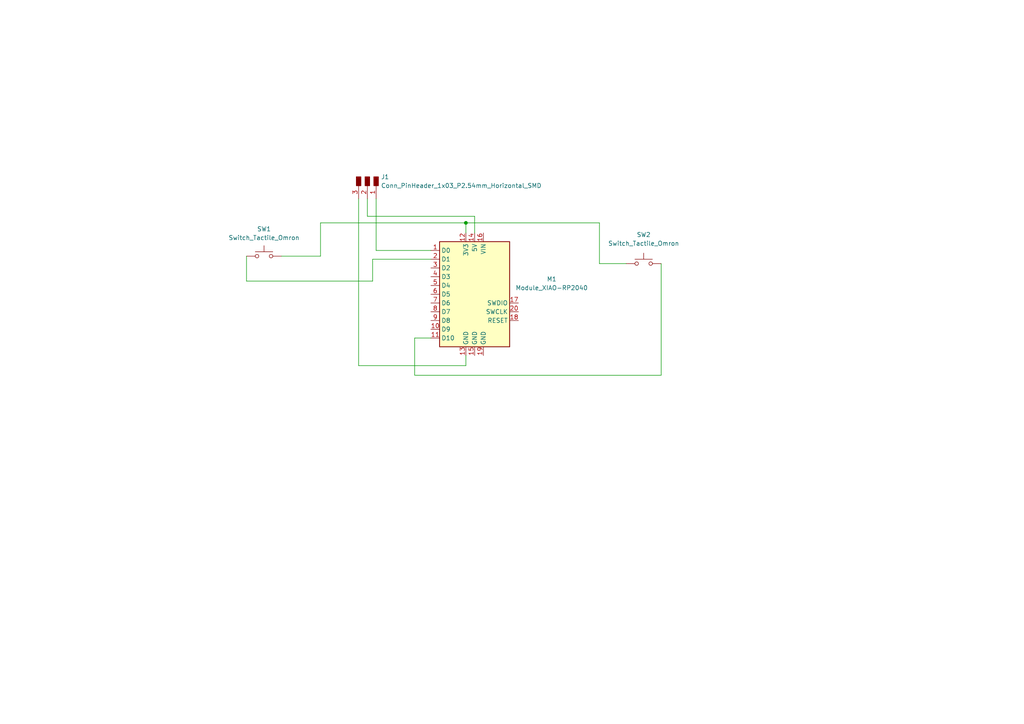
<source format=kicad_sch>
(kicad_sch (version 20230121) (generator eeschema)
  (paper "A4")
  (lib_symbols
    (symbol "fab:Conn_PinHeader_1x03_P2.54mm_Horizontal_SMD" (pin_names hide)
      (property "Reference" "J" (at 0 5.08 0))
      (property "Value" "Conn_PinHeader_1x03_P2.54mm_Horizontal_SMD" (at 0 -5.08 0))
      (symbol "Conn_PinHeader_1x03_P2.54mm_Horizontal_SMD_1_1"
        (rectangle (start -1.27 -1.905) (end 1.27 -3.175) (stroke (width 0.254)) (fill (type outline)))
        (rectangle (start -1.27 0.635) (end 1.27 -0.635) (stroke (width 0.254)) (fill (type outline)))
        (rectangle (start -1.27 3.175) (end 1.27 1.905) (stroke (width 0.254)) (fill (type outline)))
        (pin passive line (at 5.08 2.54 180) (length 3.81) (name "Pin_1") (number "1"))
        (pin passive line (at 5.08 0 180) (length 3.81) (name "Pin_2") (number "2"))
        (pin passive line (at 5.08 -2.54 180) (length 3.81) (name "Pin_3") (number "3"))
      )
    )
    (symbol "fab:Module_XIAO-RP2040"
      (property "Reference" "M" (at -10.16 16.51 0))
      (property "Value" "Module_XIAO-RP2040" (at 3.81 16.51 0))
      (symbol "Module_XIAO-RP2040_1_1"
        (rectangle (start -10.16 15.24) (end 10.16 -15.24) (stroke (width 0.254)) (fill (type background)))
        (pin bidirectional line (at -12.7 12.7 0) (length 2.54) (name "D0") (number "1"))
        (pin bidirectional line (at -12.7 -10.16 0) (length 2.54) (name "D9") (number "10"))
        (pin bidirectional line (at -12.7 -12.7 0) (length 2.54) (name "D10") (number "11"))
        (pin power_in line (at -2.54 17.78 270) (length 2.54) (name "3V3") (number "12"))
        (pin power_in line (at -2.54 -17.78 90) (length 2.54) (name "GND") (number "13"))
        (pin power_in line (at 0 17.78 270) (length 2.54) (name "5V") (number "14"))
        (pin power_in line (at 0 -17.78 90) (length 2.54) (name "GND") (number "15"))
        (pin power_in line (at 2.54 17.78 270) (length 2.54) (name "VIN") (number "16"))
        (pin bidirectional line (at 12.7 -2.54 180) (length 2.54) (name "SWDIO") (number "17"))
        (pin input line (at 12.7 -7.62 180) (length 2.54) (name "RESET") (number "18"))
        (pin power_in line (at 2.54 -17.78 90) (length 2.54) (name "GND") (number "19"))
        (pin bidirectional line (at -12.7 10.16 0) (length 2.54) (name "D1") (number "2"))
        (pin input line (at 12.7 -5.08 180) (length 2.54) (name "SWCLK") (number "20"))
        (pin bidirectional line (at -12.7 7.62 0) (length 2.54) (name "D2") (number "3"))
        (pin bidirectional line (at -12.7 5.08 0) (length 2.54) (name "D3") (number "4"))
        (pin bidirectional line (at -12.7 2.54 0) (length 2.54) (name "D4") (number "5"))
        (pin bidirectional line (at -12.7 0 0) (length 2.54) (name "D5") (number "6"))
        (pin bidirectional line (at -12.7 -2.54 0) (length 2.54) (name "D6") (number "7"))
        (pin bidirectional line (at -12.7 -5.08 0) (length 2.54) (name "D7") (number "8"))
        (pin bidirectional line (at -12.7 -7.62 0) (length 2.54) (name "D8") (number "9"))
      )
    )
    (symbol "fab:Switch_Tactile_Omron" (pin_numbers hide) (pin_names (offset 1.016) hide)
      (property "Reference" "SW" (at 1.27 2.54 0))
      (property "Value" "Switch_Tactile_Omron" (at 0 -1.524 0))
      (symbol "Switch_Tactile_Omron_0_1"
        (circle (center -2.032 0) (radius 0.508))
        (polyline (pts (xy 0 1.27) (xy 0 3.048)))
        (polyline (pts (xy 2.54 1.27) (xy -2.54 1.27)))
        (circle (center 2.032 0) (radius 0.508))
        (pin passive line (at -5.08 0 0) (length 2.54) (name "1") (number "1"))
        (pin passive line (at 5.08 0 180) (length 2.54) (name "2") (number "2"))
      )
    )
  )
  (junction (at 135.128 64.643))
  (wire (pts (xy 106.553 62.738) (xy 106.553 57.658)))
  (wire (pts (xy 191.77 76.454) (xy 191.77 108.839)))
  (wire (pts (xy 108.077 75.184) (xy 108.077 81.534)))
  (wire (pts (xy 120.269 108.839) (xy 120.269 98.044)))
  (wire (pts (xy 135.128 64.643) (xy 92.964 64.643)))
  (wire (pts (xy 109.093 72.644) (xy 109.093 57.658)))
  (wire (pts (xy 137.668 67.564) (xy 137.668 62.738)))
  (wire (pts (xy 135.128 106.045) (xy 104.013 106.045)))
  (wire (pts (xy 191.77 108.839) (xy 120.269 108.839)))
  (wire (pts (xy 135.128 67.564) (xy 135.128 64.643)))
  (wire (pts (xy 124.968 75.184) (xy 108.077 75.184)))
  (wire (pts (xy 92.964 74.295) (xy 81.661 74.295)))
  (wire (pts (xy 173.863 64.643) (xy 173.863 76.454)))
  (wire (pts (xy 108.077 81.534) (xy 71.501 81.534)))
  (wire (pts (xy 104.013 106.045) (xy 104.013 57.658)))
  (wire (pts (xy 120.269 98.044) (xy 124.968 98.044)))
  (wire (pts (xy 173.863 76.454) (xy 181.61 76.454)))
  (wire (pts (xy 71.501 81.534) (xy 71.501 74.295)))
  (wire (pts (xy 92.964 64.643) (xy 92.964 74.295)))
  (wire (pts (xy 135.128 64.643) (xy 173.863 64.643)))
  (wire (pts (xy 135.128 103.124) (xy 135.128 106.045)))
  (wire (pts (xy 124.968 72.644) (xy 109.093 72.644)))
  (wire (pts (xy 137.668 62.738) (xy 106.553 62.738)))
  (symbol (lib_id "fab:Switch_Tactile_Omron") (at 186.69 76.454 0) (mirror y) (unit 1)
    (property "Reference" "SW2" (at 186.69 68.072 0))
    (property "Value" "Switch_Tactile_Omron" (at 186.69 70.612 0))
    (property "Footprint" "fab:Button_Omron_B3SN_6.0x6.0mm" (effects hide))
    (property "Datasheet" "https://omronfs.omron.com/en_US/ecb/products/pdf/en-b3sn.pdf" (effects hide))
  )
  (symbol (lib_id "fab:Module_XIAO-RP2040") (at 137.668 85.344 0) (unit 1)
    (property "Reference" "M1" (at 160.02 80.9559 0))
    (property "Value" "Module_XIAO-RP2040" (at 160.02 83.4959 0))
    (property "Footprint" "fab:SeeedStudio_XIAO_RP2040" (effects hide))
    (property "Datasheet" "https://wiki.seeedstudio.com/XIAO-RP2040/" (effects hide))
  )
  (symbol (lib_id "fab:Conn_PinHeader_1x03_P2.54mm_Horizontal_SMD") (at 106.553 52.578 270) (unit 1)
    (property "Reference" "J1" (at 110.49 51.308 90) (effects (justify left)))
    (property "Value" "Conn_PinHeader_1x03_P2.54mm_Horizontal_SMD" (at 110.49 53.848 90) (effects (justify left)))
    (property "Footprint" "fab:PinHeader_1x03_P2.54mm_Horizontal_SMD" (effects hide))
  )
  (symbol (lib_id "fab:Switch_Tactile_Omron") (at 76.581 74.295 0) (unit 1)
    (property "Reference" "SW1" (at 76.581 66.421 0))
    (property "Value" "Switch_Tactile_Omron" (at 76.581 68.961 0))
    (property "Footprint" "fab:Button_Omron_B3SN_6.0x6.0mm" (effects hide))
    (property "Datasheet" "https://omronfs.omron.com/en_US/ecb/products/pdf/en-b3sn.pdf" (effects hide))
  )
)
</source>
